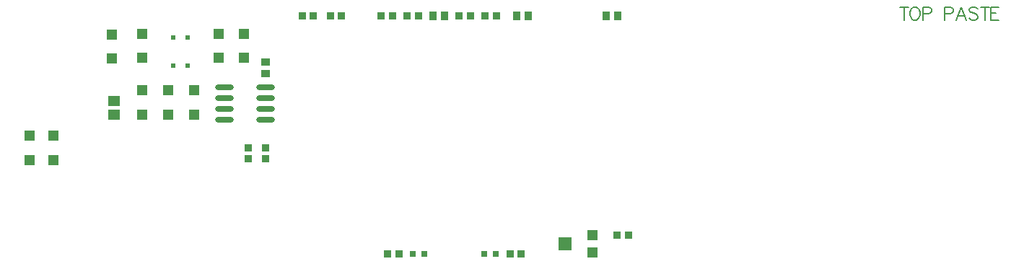
<source format=gtp>
G04 Layer_Color=8421504*
%FSLAX43Y43*%
%MOMM*%
G71*
G01*
G75*
%ADD11O,2.200X0.600*%
%ADD12R,1.200X1.200*%
%ADD13R,1.500X1.600*%
%ADD14R,0.500X0.500*%
%ADD15R,0.762X0.762*%
%ADD16R,1.200X1.200*%
%ADD17R,1.400X1.300*%
%ADD18R,0.900X1.000*%
%ADD19R,0.850X0.950*%
%ADD20R,1.000X0.900*%
%ADD21R,0.950X0.850*%
%ADD28C,0.178*%
D11*
X99542Y59436D02*
D03*
Y60706D02*
D03*
Y61976D02*
D03*
Y63246D02*
D03*
X94742Y59436D02*
D03*
Y60706D02*
D03*
Y61976D02*
D03*
Y63246D02*
D03*
D12*
X137948Y45831D02*
D03*
Y43831D02*
D03*
X85080Y69510D02*
D03*
X81580Y69440D02*
D03*
X85090Y60038D02*
D03*
X88138D02*
D03*
X91186D02*
D03*
X74676Y57564D02*
D03*
X71882D02*
D03*
X97080Y69510D02*
D03*
X94080D02*
D03*
D13*
X134748Y44831D02*
D03*
D14*
X88722Y69088D02*
D03*
X90408D02*
D03*
X88738Y65786D02*
D03*
X90424D02*
D03*
D15*
X116840Y43688D02*
D03*
X118237D02*
D03*
X126619D02*
D03*
X125222D02*
D03*
D16*
X85080Y66650D02*
D03*
X81580Y66580D02*
D03*
X85090Y62898D02*
D03*
X88138D02*
D03*
X91186D02*
D03*
X74676Y54704D02*
D03*
X71882D02*
D03*
X97080Y66650D02*
D03*
X94080D02*
D03*
D17*
X81788Y61633D02*
D03*
Y60033D02*
D03*
D18*
X139533Y71628D02*
D03*
X140883D02*
D03*
X130355D02*
D03*
X129005D02*
D03*
X120536D02*
D03*
X119186D02*
D03*
D19*
X142128Y45847D02*
D03*
X140828D02*
D03*
X105156Y71628D02*
D03*
X103856D02*
D03*
X114440D02*
D03*
X113140D02*
D03*
X108473D02*
D03*
X107173D02*
D03*
X126647D02*
D03*
X125347D02*
D03*
X115204Y43688D02*
D03*
X113904D02*
D03*
X128270D02*
D03*
X129570D02*
D03*
X116188Y71628D02*
D03*
X117488D02*
D03*
X122284D02*
D03*
X123584D02*
D03*
D20*
X99568Y66207D02*
D03*
Y64857D02*
D03*
D21*
X97584Y56094D02*
D03*
Y54794D02*
D03*
X99584Y56094D02*
D03*
Y54794D02*
D03*
D28*
X174498Y72644D02*
Y71120D01*
X173990Y72644D02*
X175006D01*
X175623D02*
X175477Y72571D01*
X175332Y72426D01*
X175260Y72281D01*
X175187Y72063D01*
Y71700D01*
X175260Y71483D01*
X175332Y71338D01*
X175477Y71193D01*
X175623Y71120D01*
X175913D01*
X176058Y71193D01*
X176203Y71338D01*
X176276Y71483D01*
X176348Y71700D01*
Y72063D01*
X176276Y72281D01*
X176203Y72426D01*
X176058Y72571D01*
X175913Y72644D01*
X175623D01*
X176704Y71846D02*
X177357D01*
X177574Y71918D01*
X177647Y71991D01*
X177719Y72136D01*
Y72353D01*
X177647Y72499D01*
X177574Y72571D01*
X177357Y72644D01*
X176704D01*
Y71120D01*
X179258Y71846D02*
X179911D01*
X180128Y71918D01*
X180201Y71991D01*
X180273Y72136D01*
Y72353D01*
X180201Y72499D01*
X180128Y72571D01*
X179911Y72644D01*
X179258D01*
Y71120D01*
X181775D02*
X181195Y72644D01*
X180614Y71120D01*
X180832Y71628D02*
X181558D01*
X183147Y72426D02*
X183001Y72571D01*
X182784Y72644D01*
X182494D01*
X182276Y72571D01*
X182131Y72426D01*
Y72281D01*
X182203Y72136D01*
X182276Y72063D01*
X182421Y71991D01*
X182856Y71846D01*
X183001Y71773D01*
X183074Y71700D01*
X183147Y71555D01*
Y71338D01*
X183001Y71193D01*
X182784Y71120D01*
X182494D01*
X182276Y71193D01*
X182131Y71338D01*
X183995Y72644D02*
Y71120D01*
X183488Y72644D02*
X184503D01*
X185628D02*
X184685D01*
Y71120D01*
X185628D01*
X184685Y71918D02*
X185265D01*
M02*

</source>
